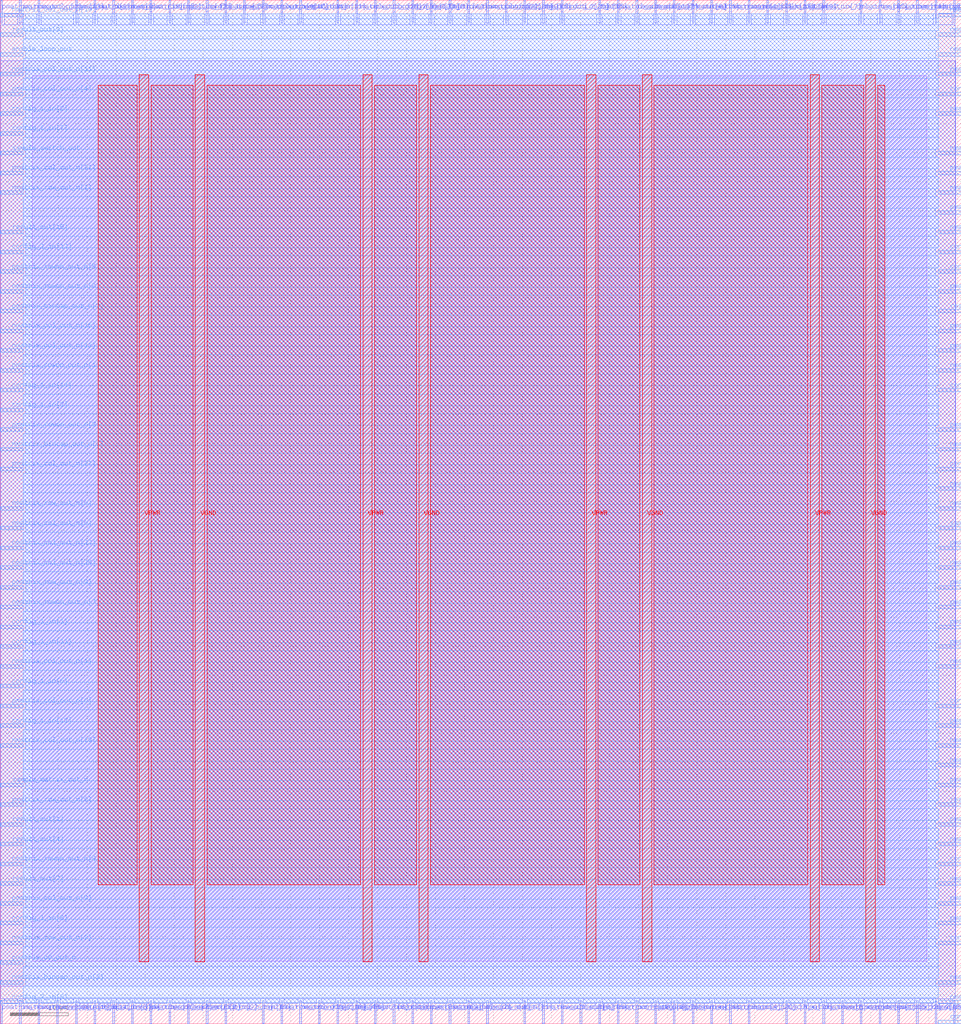
<source format=lef>
VERSION 5.7 ;
  NOWIREEXTENSIONATPIN ON ;
  DIVIDERCHAR "/" ;
  BUSBITCHARS "[]" ;
MACRO adc_core_digital
  CLASS BLOCK ;
  FOREIGN adc_core_digital ;
  ORIGIN 0.000 0.000 ;
  SIZE 165.590 BY 176.310 ;
  PIN VGND
    DIRECTION INOUT ;
    USE GROUND ;
    PORT
      LAYER met4 ;
        RECT 33.610 10.640 35.210 163.440 ;
    END
    PORT
      LAYER met4 ;
        RECT 72.135 10.640 73.735 163.440 ;
    END
    PORT
      LAYER met4 ;
        RECT 110.660 10.640 112.260 163.440 ;
    END
    PORT
      LAYER met4 ;
        RECT 149.185 10.640 150.785 163.440 ;
    END
  END VGND
  PIN VPWR
    DIRECTION INOUT ;
    USE POWER ;
    PORT
      LAYER met4 ;
        RECT 23.980 10.640 25.580 163.440 ;
    END
    PORT
      LAYER met4 ;
        RECT 62.505 10.640 64.105 163.440 ;
    END
    PORT
      LAYER met4 ;
        RECT 101.030 10.640 102.630 163.440 ;
    END
    PORT
      LAYER met4 ;
        RECT 139.555 10.640 141.155 163.440 ;
    END
  END VPWR
  PIN clk_dig_in
    DIRECTION INPUT ;
    USE SIGNAL ;
    PORT
      LAYER met2 ;
        RECT 135.330 172.310 135.610 176.310 ;
    END
  END clk_dig_in
  PIN comparator_in
    DIRECTION INPUT ;
    USE SIGNAL ;
    PORT
      LAYER met2 ;
        RECT 51.610 172.310 51.890 176.310 ;
    END
  END comparator_in
  PIN config_1_in[0]
    DIRECTION INPUT ;
    USE SIGNAL ;
    PORT
      LAYER met3 ;
        RECT 0.000 57.840 4.000 58.440 ;
    END
  END config_1_in[0]
  PIN config_1_in[10]
    DIRECTION INPUT ;
    USE SIGNAL ;
    PORT
      LAYER met3 ;
        RECT 161.590 129.240 165.590 129.840 ;
    END
  END config_1_in[10]
  PIN config_1_in[11]
    DIRECTION INPUT ;
    USE SIGNAL ;
    PORT
      LAYER met3 ;
        RECT 0.000 64.640 4.000 65.240 ;
    END
  END config_1_in[11]
  PIN config_1_in[12]
    DIRECTION INPUT ;
    USE SIGNAL ;
    PORT
      LAYER met3 ;
        RECT 161.590 54.440 165.590 55.040 ;
    END
  END config_1_in[12]
  PIN config_1_in[13]
    DIRECTION INPUT ;
    USE SIGNAL ;
    PORT
      LAYER met3 ;
        RECT 0.000 51.040 4.000 51.640 ;
    END
  END config_1_in[13]
  PIN config_1_in[14]
    DIRECTION INPUT ;
    USE SIGNAL ;
    PORT
      LAYER met3 ;
        RECT 0.000 108.840 4.000 109.440 ;
    END
  END config_1_in[14]
  PIN config_1_in[15]
    DIRECTION INPUT ;
    USE SIGNAL ;
    PORT
      LAYER met2 ;
        RECT 35.510 172.310 35.790 176.310 ;
    END
  END config_1_in[15]
  PIN config_1_in[1]
    DIRECTION INPUT ;
    USE SIGNAL ;
    PORT
      LAYER met3 ;
        RECT 0.000 68.040 4.000 68.640 ;
    END
  END config_1_in[1]
  PIN config_1_in[2]
    DIRECTION INPUT ;
    USE SIGNAL ;
    PORT
      LAYER met3 ;
        RECT 0.000 156.440 4.000 157.040 ;
    END
  END config_1_in[2]
  PIN config_1_in[3]
    DIRECTION INPUT ;
    USE SIGNAL ;
    PORT
      LAYER met3 ;
        RECT 0.000 105.440 4.000 106.040 ;
    END
  END config_1_in[3]
  PIN config_1_in[4]
    DIRECTION INPUT ;
    USE SIGNAL ;
    PORT
      LAYER met2 ;
        RECT 29.070 172.310 29.350 176.310 ;
    END
  END config_1_in[4]
  PIN config_1_in[5]
    DIRECTION INPUT ;
    USE SIGNAL ;
    PORT
      LAYER met2 ;
        RECT 16.190 0.000 16.470 4.000 ;
    END
  END config_1_in[5]
  PIN config_1_in[6]
    DIRECTION INPUT ;
    USE SIGNAL ;
    PORT
      LAYER met3 ;
        RECT 0.000 17.040 4.000 17.640 ;
    END
  END config_1_in[6]
  PIN config_1_in[7]
    DIRECTION INPUT ;
    USE SIGNAL ;
    PORT
      LAYER met3 ;
        RECT 0.000 153.040 4.000 153.640 ;
    END
  END config_1_in[7]
  PIN config_1_in[8]
    DIRECTION INPUT ;
    USE SIGNAL ;
    PORT
      LAYER met2 ;
        RECT 161.090 172.310 161.370 176.310 ;
    END
  END config_1_in[8]
  PIN config_1_in[9]
    DIRECTION INPUT ;
    USE SIGNAL ;
    PORT
      LAYER met3 ;
        RECT 161.590 95.240 165.590 95.840 ;
    END
  END config_1_in[9]
  PIN config_2_in[0]
    DIRECTION INPUT ;
    USE SIGNAL ;
    PORT
      LAYER met2 ;
        RECT 38.730 0.000 39.010 4.000 ;
    END
  END config_2_in[0]
  PIN config_2_in[10]
    DIRECTION INPUT ;
    USE SIGNAL ;
    PORT
      LAYER met2 ;
        RECT 67.710 172.310 67.990 176.310 ;
    END
  END config_2_in[10]
  PIN config_2_in[11]
    DIRECTION INPUT ;
    USE SIGNAL ;
    PORT
      LAYER met3 ;
        RECT 161.590 108.840 165.590 109.440 ;
    END
  END config_2_in[11]
  PIN config_2_in[12]
    DIRECTION INPUT ;
    USE SIGNAL ;
    PORT
      LAYER met3 ;
        RECT 161.590 0.040 165.590 0.640 ;
    END
  END config_2_in[12]
  PIN config_2_in[13]
    DIRECTION INPUT ;
    USE SIGNAL ;
    PORT
      LAYER met3 ;
        RECT 0.000 132.640 4.000 133.240 ;
    END
  END config_2_in[13]
  PIN config_2_in[14]
    DIRECTION INPUT ;
    USE SIGNAL ;
    PORT
      LAYER met2 ;
        RECT 54.830 0.000 55.110 4.000 ;
    END
  END config_2_in[14]
  PIN config_2_in[15]
    DIRECTION INPUT ;
    USE SIGNAL ;
    PORT
      LAYER met2 ;
        RECT 96.690 172.310 96.970 176.310 ;
    END
  END config_2_in[15]
  PIN config_2_in[1]
    DIRECTION INPUT ;
    USE SIGNAL ;
    PORT
      LAYER met2 ;
        RECT 109.570 0.000 109.850 4.000 ;
    END
  END config_2_in[1]
  PIN config_2_in[2]
    DIRECTION INPUT ;
    USE SIGNAL ;
    PORT
      LAYER met2 ;
        RECT 87.030 172.310 87.310 176.310 ;
    END
  END config_2_in[2]
  PIN config_2_in[3]
    DIRECTION INPUT ;
    USE SIGNAL ;
    PORT
      LAYER met2 ;
        RECT 157.870 0.000 158.150 4.000 ;
    END
  END config_2_in[3]
  PIN config_2_in[4]
    DIRECTION INPUT ;
    USE SIGNAL ;
    PORT
      LAYER met3 ;
        RECT 161.590 132.640 165.590 133.240 ;
    END
  END config_2_in[4]
  PIN config_2_in[5]
    DIRECTION INPUT ;
    USE SIGNAL ;
    PORT
      LAYER met2 ;
        RECT 70.930 172.310 71.210 176.310 ;
    END
  END config_2_in[5]
  PIN config_2_in[6]
    DIRECTION INPUT ;
    USE SIGNAL ;
    PORT
      LAYER met3 ;
        RECT 161.590 159.840 165.590 160.440 ;
    END
  END config_2_in[6]
  PIN config_2_in[7]
    DIRECTION INPUT ;
    USE SIGNAL ;
    PORT
      LAYER met2 ;
        RECT 138.550 172.310 138.830 176.310 ;
    END
  END config_2_in[7]
  PIN config_2_in[8]
    DIRECTION INPUT ;
    USE SIGNAL ;
    PORT
      LAYER met3 ;
        RECT 0.000 3.440 4.000 4.040 ;
    END
  END config_2_in[8]
  PIN config_2_in[9]
    DIRECTION INPUT ;
    USE SIGNAL ;
    PORT
      LAYER met3 ;
        RECT 161.590 13.640 165.590 14.240 ;
    END
  END config_2_in[9]
  PIN conv_finished_out
    DIRECTION OUTPUT TRISTATE ;
    USE SIGNAL ;
    PORT
      LAYER met3 ;
        RECT 161.590 27.240 165.590 27.840 ;
    END
  END conv_finished_out
  PIN enable_loop_out
    DIRECTION OUTPUT TRISTATE ;
    USE SIGNAL ;
    PORT
      LAYER met3 ;
        RECT 0.000 166.640 4.000 167.240 ;
    END
  END enable_loop_out
  PIN nmatrix_bincap_out_n[0]
    DIRECTION OUTPUT TRISTATE ;
    USE SIGNAL ;
    PORT
      LAYER met2 ;
        RECT 6.530 172.310 6.810 176.310 ;
    END
  END nmatrix_bincap_out_n[0]
  PIN nmatrix_bincap_out_n[1]
    DIRECTION OUTPUT TRISTATE ;
    USE SIGNAL ;
    PORT
      LAYER met3 ;
        RECT 0.000 98.640 4.000 99.240 ;
    END
  END nmatrix_bincap_out_n[1]
  PIN nmatrix_bincap_out_n[2]
    DIRECTION OUTPUT TRISTATE ;
    USE SIGNAL ;
    PORT
      LAYER met3 ;
        RECT 0.000 6.840 4.000 7.440 ;
    END
  END nmatrix_bincap_out_n[2]
  PIN nmatrix_c0_out_n
    DIRECTION OUTPUT TRISTATE ;
    USE SIGNAL ;
    PORT
      LAYER met3 ;
        RECT 161.590 91.840 165.590 92.440 ;
    END
  END nmatrix_c0_out_n
  PIN nmatrix_col_out_n[0]
    DIRECTION OUTPUT TRISTATE ;
    USE SIGNAL ;
    PORT
      LAYER met3 ;
        RECT 0.000 85.040 4.000 85.640 ;
    END
  END nmatrix_col_out_n[0]
  PIN nmatrix_col_out_n[10]
    DIRECTION OUTPUT TRISTATE ;
    USE SIGNAL ;
    PORT
      LAYER met3 ;
        RECT 0.000 173.440 4.000 174.040 ;
    END
  END nmatrix_col_out_n[10]
  PIN nmatrix_col_out_n[11]
    DIRECTION OUTPUT TRISTATE ;
    USE SIGNAL ;
    PORT
      LAYER met3 ;
        RECT 0.000 163.240 4.000 163.840 ;
    END
  END nmatrix_col_out_n[11]
  PIN nmatrix_col_out_n[12]
    DIRECTION OUTPUT TRISTATE ;
    USE SIGNAL ;
    PORT
      LAYER met2 ;
        RECT 151.430 0.000 151.710 4.000 ;
    END
  END nmatrix_col_out_n[12]
  PIN nmatrix_col_out_n[13]
    DIRECTION OUTPUT TRISTATE ;
    USE SIGNAL ;
    PORT
      LAYER met3 ;
        RECT 0.000 115.640 4.000 116.240 ;
    END
  END nmatrix_col_out_n[13]
  PIN nmatrix_col_out_n[14]
    DIRECTION OUTPUT TRISTATE ;
    USE SIGNAL ;
    PORT
      LAYER met2 ;
        RECT 148.210 172.310 148.490 176.310 ;
    END
  END nmatrix_col_out_n[14]
  PIN nmatrix_col_out_n[15]
    DIRECTION OUTPUT TRISTATE ;
    USE SIGNAL ;
    PORT
      LAYER met3 ;
        RECT 161.590 61.240 165.590 61.840 ;
    END
  END nmatrix_col_out_n[15]
  PIN nmatrix_col_out_n[16]
    DIRECTION OUTPUT TRISTATE ;
    USE SIGNAL ;
    PORT
      LAYER met3 ;
        RECT 0.000 119.040 4.000 119.640 ;
    END
  END nmatrix_col_out_n[16]
  PIN nmatrix_col_out_n[17]
    DIRECTION OUTPUT TRISTATE ;
    USE SIGNAL ;
    PORT
      LAYER met3 ;
        RECT 161.590 23.840 165.590 24.440 ;
    END
  END nmatrix_col_out_n[17]
  PIN nmatrix_col_out_n[18]
    DIRECTION OUTPUT TRISTATE ;
    USE SIGNAL ;
    PORT
      LAYER met2 ;
        RECT 48.390 0.000 48.670 4.000 ;
    END
  END nmatrix_col_out_n[18]
  PIN nmatrix_col_out_n[19]
    DIRECTION OUTPUT TRISTATE ;
    USE SIGNAL ;
    PORT
      LAYER met3 ;
        RECT 0.000 47.640 4.000 48.240 ;
    END
  END nmatrix_col_out_n[19]
  PIN nmatrix_col_out_n[1]
    DIRECTION OUTPUT TRISTATE ;
    USE SIGNAL ;
    PORT
      LAYER met3 ;
        RECT 0.000 61.240 4.000 61.840 ;
    END
  END nmatrix_col_out_n[1]
  PIN nmatrix_col_out_n[20]
    DIRECTION OUTPUT TRISTATE ;
    USE SIGNAL ;
    PORT
      LAYER met3 ;
        RECT 161.590 136.040 165.590 136.640 ;
    END
  END nmatrix_col_out_n[20]
  PIN nmatrix_col_out_n[21]
    DIRECTION OUTPUT TRISTATE ;
    USE SIGNAL ;
    PORT
      LAYER met2 ;
        RECT 48.390 172.310 48.670 176.310 ;
    END
  END nmatrix_col_out_n[21]
  PIN nmatrix_col_out_n[22]
    DIRECTION OUTPUT TRISTATE ;
    USE SIGNAL ;
    PORT
      LAYER met3 ;
        RECT 161.590 170.040 165.590 170.640 ;
    END
  END nmatrix_col_out_n[22]
  PIN nmatrix_col_out_n[23]
    DIRECTION OUTPUT TRISTATE ;
    USE SIGNAL ;
    PORT
      LAYER met3 ;
        RECT 0.000 81.640 4.000 82.240 ;
    END
  END nmatrix_col_out_n[23]
  PIN nmatrix_col_out_n[24]
    DIRECTION OUTPUT TRISTATE ;
    USE SIGNAL ;
    PORT
      LAYER met2 ;
        RECT 12.970 0.000 13.250 4.000 ;
    END
  END nmatrix_col_out_n[24]
  PIN nmatrix_col_out_n[25]
    DIRECTION OUTPUT TRISTATE ;
    USE SIGNAL ;
    PORT
      LAYER met3 ;
        RECT 0.000 78.240 4.000 78.840 ;
    END
  END nmatrix_col_out_n[25]
  PIN nmatrix_col_out_n[26]
    DIRECTION OUTPUT TRISTATE ;
    USE SIGNAL ;
    PORT
      LAYER met2 ;
        RECT 80.590 172.310 80.870 176.310 ;
    END
  END nmatrix_col_out_n[26]
  PIN nmatrix_col_out_n[27]
    DIRECTION OUTPUT TRISTATE ;
    USE SIGNAL ;
    PORT
      LAYER met3 ;
        RECT 161.590 142.840 165.590 143.440 ;
    END
  END nmatrix_col_out_n[27]
  PIN nmatrix_col_out_n[28]
    DIRECTION OUTPUT TRISTATE ;
    USE SIGNAL ;
    PORT
      LAYER met2 ;
        RECT 58.050 172.310 58.330 176.310 ;
    END
  END nmatrix_col_out_n[28]
  PIN nmatrix_col_out_n[29]
    DIRECTION OUTPUT TRISTATE ;
    USE SIGNAL ;
    PORT
      LAYER met3 ;
        RECT 161.590 166.640 165.590 167.240 ;
    END
  END nmatrix_col_out_n[29]
  PIN nmatrix_col_out_n[2]
    DIRECTION OUTPUT TRISTATE ;
    USE SIGNAL ;
    PORT
      LAYER met2 ;
        RECT 12.970 172.310 13.250 176.310 ;
    END
  END nmatrix_col_out_n[2]
  PIN nmatrix_col_out_n[30]
    DIRECTION OUTPUT TRISTATE ;
    USE SIGNAL ;
    PORT
      LAYER met2 ;
        RECT 128.890 0.000 129.170 4.000 ;
    END
  END nmatrix_col_out_n[30]
  PIN nmatrix_col_out_n[31]
    DIRECTION OUTPUT TRISTATE ;
    USE SIGNAL ;
    PORT
      LAYER met2 ;
        RECT 141.770 172.310 142.050 176.310 ;
    END
  END nmatrix_col_out_n[31]
  PIN nmatrix_col_out_n[3]
    DIRECTION OUTPUT TRISTATE ;
    USE SIGNAL ;
    PORT
      LAYER met2 ;
        RECT 25.850 172.310 26.130 176.310 ;
    END
  END nmatrix_col_out_n[3]
  PIN nmatrix_col_out_n[4]
    DIRECTION OUTPUT TRISTATE ;
    USE SIGNAL ;
    PORT
      LAYER met2 ;
        RECT 77.370 0.000 77.650 4.000 ;
    END
  END nmatrix_col_out_n[4]
  PIN nmatrix_col_out_n[5]
    DIRECTION OUTPUT TRISTATE ;
    USE SIGNAL ;
    PORT
      LAYER met2 ;
        RECT 135.330 0.000 135.610 4.000 ;
    END
  END nmatrix_col_out_n[5]
  PIN nmatrix_col_out_n[6]
    DIRECTION OUTPUT TRISTATE ;
    USE SIGNAL ;
    PORT
      LAYER met3 ;
        RECT 161.590 30.640 165.590 31.240 ;
    END
  END nmatrix_col_out_n[6]
  PIN nmatrix_col_out_n[7]
    DIRECTION OUTPUT TRISTATE ;
    USE SIGNAL ;
    PORT
      LAYER met2 ;
        RECT 125.670 0.000 125.950 4.000 ;
    END
  END nmatrix_col_out_n[7]
  PIN nmatrix_col_out_n[8]
    DIRECTION OUTPUT TRISTATE ;
    USE SIGNAL ;
    PORT
      LAYER met2 ;
        RECT 64.490 0.000 64.770 4.000 ;
    END
  END nmatrix_col_out_n[8]
  PIN nmatrix_col_out_n[9]
    DIRECTION OUTPUT TRISTATE ;
    USE SIGNAL ;
    PORT
      LAYER met3 ;
        RECT 161.590 173.440 165.590 174.040 ;
    END
  END nmatrix_col_out_n[9]
  PIN nmatrix_row_out_n[0]
    DIRECTION OUTPUT TRISTATE ;
    USE SIGNAL ;
    PORT
      LAYER met3 ;
        RECT 0.000 88.440 4.000 89.040 ;
    END
  END nmatrix_row_out_n[0]
  PIN nmatrix_row_out_n[10]
    DIRECTION OUTPUT TRISTATE ;
    USE SIGNAL ;
    PORT
      LAYER met3 ;
        RECT 161.590 47.640 165.590 48.240 ;
    END
  END nmatrix_row_out_n[10]
  PIN nmatrix_row_out_n[11]
    DIRECTION OUTPUT TRISTATE ;
    USE SIGNAL ;
    PORT
      LAYER met2 ;
        RECT 80.590 0.000 80.870 4.000 ;
    END
  END nmatrix_row_out_n[11]
  PIN nmatrix_row_out_n[12]
    DIRECTION OUTPUT TRISTATE ;
    USE SIGNAL ;
    PORT
      LAYER met3 ;
        RECT 161.590 88.440 165.590 89.040 ;
    END
  END nmatrix_row_out_n[12]
  PIN nmatrix_row_out_n[13]
    DIRECTION OUTPUT TRISTATE ;
    USE SIGNAL ;
    PORT
      LAYER met2 ;
        RECT 125.670 172.310 125.950 176.310 ;
    END
  END nmatrix_row_out_n[13]
  PIN nmatrix_row_out_n[14]
    DIRECTION OUTPUT TRISTATE ;
    USE SIGNAL ;
    PORT
      LAYER met2 ;
        RECT 45.170 172.310 45.450 176.310 ;
    END
  END nmatrix_row_out_n[14]
  PIN nmatrix_row_out_n[15]
    DIRECTION OUTPUT TRISTATE ;
    USE SIGNAL ;
    PORT
      LAYER met2 ;
        RECT 51.610 0.000 51.890 4.000 ;
    END
  END nmatrix_row_out_n[15]
  PIN nmatrix_row_out_n[1]
    DIRECTION OUTPUT TRISTATE ;
    USE SIGNAL ;
    PORT
      LAYER met3 ;
        RECT 0.000 142.840 4.000 143.440 ;
    END
  END nmatrix_row_out_n[1]
  PIN nmatrix_row_out_n[2]
    DIRECTION OUTPUT TRISTATE ;
    USE SIGNAL ;
    PORT
      LAYER met2 ;
        RECT 22.630 0.000 22.910 4.000 ;
    END
  END nmatrix_row_out_n[2]
  PIN nmatrix_row_out_n[3]
    DIRECTION OUTPUT TRISTATE ;
    USE SIGNAL ;
    PORT
      LAYER met2 ;
        RECT 90.250 0.000 90.530 4.000 ;
    END
  END nmatrix_row_out_n[3]
  PIN nmatrix_row_out_n[4]
    DIRECTION OUTPUT TRISTATE ;
    USE SIGNAL ;
    PORT
      LAYER met3 ;
        RECT 161.590 98.640 165.590 99.240 ;
    END
  END nmatrix_row_out_n[4]
  PIN nmatrix_row_out_n[5]
    DIRECTION OUTPUT TRISTATE ;
    USE SIGNAL ;
    PORT
      LAYER met3 ;
        RECT 161.590 44.240 165.590 44.840 ;
    END
  END nmatrix_row_out_n[5]
  PIN nmatrix_row_out_n[6]
    DIRECTION OUTPUT TRISTATE ;
    USE SIGNAL ;
    PORT
      LAYER met2 ;
        RECT 106.350 172.310 106.630 176.310 ;
    END
  END nmatrix_row_out_n[6]
  PIN nmatrix_row_out_n[7]
    DIRECTION OUTPUT TRISTATE ;
    USE SIGNAL ;
    PORT
      LAYER met3 ;
        RECT 161.590 112.240 165.590 112.840 ;
    END
  END nmatrix_row_out_n[7]
  PIN nmatrix_row_out_n[8]
    DIRECTION OUTPUT TRISTATE ;
    USE SIGNAL ;
    PORT
      LAYER met2 ;
        RECT 122.450 172.310 122.730 176.310 ;
    END
  END nmatrix_row_out_n[8]
  PIN nmatrix_row_out_n[9]
    DIRECTION OUTPUT TRISTATE ;
    USE SIGNAL ;
    PORT
      LAYER met3 ;
        RECT 0.000 13.640 4.000 14.240 ;
    END
  END nmatrix_row_out_n[9]
  PIN nmatrix_rowon_out_n[0]
    DIRECTION OUTPUT TRISTATE ;
    USE SIGNAL ;
    PORT
      LAYER met3 ;
        RECT 0.000 125.840 4.000 126.440 ;
    END
  END nmatrix_rowon_out_n[0]
  PIN nmatrix_rowon_out_n[10]
    DIRECTION OUTPUT TRISTATE ;
    USE SIGNAL ;
    PORT
      LAYER met2 ;
        RECT 138.550 0.000 138.830 4.000 ;
    END
  END nmatrix_rowon_out_n[10]
  PIN nmatrix_rowon_out_n[11]
    DIRECTION OUTPUT TRISTATE ;
    USE SIGNAL ;
    PORT
      LAYER met3 ;
        RECT 161.590 78.240 165.590 78.840 ;
    END
  END nmatrix_rowon_out_n[11]
  PIN nmatrix_rowon_out_n[12]
    DIRECTION OUTPUT TRISTATE ;
    USE SIGNAL ;
    PORT
      LAYER met2 ;
        RECT 151.430 172.310 151.710 176.310 ;
    END
  END nmatrix_rowon_out_n[12]
  PIN nmatrix_rowon_out_n[13]
    DIRECTION OUTPUT TRISTATE ;
    USE SIGNAL ;
    PORT
      LAYER met3 ;
        RECT 161.590 149.640 165.590 150.240 ;
    END
  END nmatrix_rowon_out_n[13]
  PIN nmatrix_rowon_out_n[14]
    DIRECTION OUTPUT TRISTATE ;
    USE SIGNAL ;
    PORT
      LAYER met2 ;
        RECT 6.530 0.000 6.810 4.000 ;
    END
  END nmatrix_rowon_out_n[14]
  PIN nmatrix_rowon_out_n[15]
    DIRECTION OUTPUT TRISTATE ;
    USE SIGNAL ;
    PORT
      LAYER met2 ;
        RECT 58.050 0.000 58.330 4.000 ;
    END
  END nmatrix_rowon_out_n[15]
  PIN nmatrix_rowon_out_n[1]
    DIRECTION OUTPUT TRISTATE ;
    USE SIGNAL ;
    PORT
      LAYER met2 ;
        RECT 119.230 172.310 119.510 176.310 ;
    END
  END nmatrix_rowon_out_n[1]
  PIN nmatrix_rowon_out_n[2]
    DIRECTION OUTPUT TRISTATE ;
    USE SIGNAL ;
    PORT
      LAYER met2 ;
        RECT 19.410 172.310 19.690 176.310 ;
    END
  END nmatrix_rowon_out_n[2]
  PIN nmatrix_rowon_out_n[3]
    DIRECTION OUTPUT TRISTATE ;
    USE SIGNAL ;
    PORT
      LAYER met2 ;
        RECT 67.710 0.000 67.990 4.000 ;
    END
  END nmatrix_rowon_out_n[3]
  PIN nmatrix_rowon_out_n[4]
    DIRECTION OUTPUT TRISTATE ;
    USE SIGNAL ;
    PORT
      LAYER met3 ;
        RECT 161.590 6.840 165.590 7.440 ;
    END
  END nmatrix_rowon_out_n[4]
  PIN nmatrix_rowon_out_n[5]
    DIRECTION OUTPUT TRISTATE ;
    USE SIGNAL ;
    PORT
      LAYER met2 ;
        RECT 144.990 0.000 145.270 4.000 ;
    END
  END nmatrix_rowon_out_n[5]
  PIN nmatrix_rowon_out_n[6]
    DIRECTION OUTPUT TRISTATE ;
    USE SIGNAL ;
    PORT
      LAYER met2 ;
        RECT 106.350 0.000 106.630 4.000 ;
    END
  END nmatrix_rowon_out_n[6]
  PIN nmatrix_rowon_out_n[7]
    DIRECTION OUTPUT TRISTATE ;
    USE SIGNAL ;
    PORT
      LAYER met3 ;
        RECT 0.000 71.440 4.000 72.040 ;
    END
  END nmatrix_rowon_out_n[7]
  PIN nmatrix_rowon_out_n[8]
    DIRECTION OUTPUT TRISTATE ;
    USE SIGNAL ;
    PORT
      LAYER met3 ;
        RECT 0.000 27.240 4.000 27.840 ;
    END
  END nmatrix_rowon_out_n[8]
  PIN nmatrix_rowon_out_n[9]
    DIRECTION OUTPUT TRISTATE ;
    USE SIGNAL ;
    PORT
      LAYER met2 ;
        RECT 128.890 172.310 129.170 176.310 ;
    END
  END nmatrix_rowon_out_n[9]
  PIN pmatrix_bincap_out_n[0]
    DIRECTION OUTPUT TRISTATE ;
    USE SIGNAL ;
    PORT
      LAYER met2 ;
        RECT 38.730 172.310 39.010 176.310 ;
    END
  END pmatrix_bincap_out_n[0]
  PIN pmatrix_bincap_out_n[1]
    DIRECTION OUTPUT TRISTATE ;
    USE SIGNAL ;
    PORT
      LAYER met2 ;
        RECT 141.770 0.000 142.050 4.000 ;
    END
  END pmatrix_bincap_out_n[1]
  PIN pmatrix_bincap_out_n[2]
    DIRECTION OUTPUT TRISTATE ;
    USE SIGNAL ;
    PORT
      LAYER met3 ;
        RECT 0.000 122.440 4.000 123.040 ;
    END
  END pmatrix_bincap_out_n[2]
  PIN pmatrix_c0_out_n
    DIRECTION OUTPUT TRISTATE ;
    USE SIGNAL ;
    PORT
      LAYER met3 ;
        RECT 0.000 10.240 4.000 10.840 ;
    END
  END pmatrix_c0_out_n
  PIN pmatrix_col_out_n[0]
    DIRECTION OUTPUT TRISTATE ;
    USE SIGNAL ;
    PORT
      LAYER met3 ;
        RECT 0.000 54.440 4.000 55.040 ;
    END
  END pmatrix_col_out_n[0]
  PIN pmatrix_col_out_n[10]
    DIRECTION OUTPUT TRISTATE ;
    USE SIGNAL ;
    PORT
      LAYER met3 ;
        RECT 161.590 156.440 165.590 157.040 ;
    END
  END pmatrix_col_out_n[10]
  PIN pmatrix_col_out_n[11]
    DIRECTION OUTPUT TRISTATE ;
    USE SIGNAL ;
    PORT
      LAYER met3 ;
        RECT 161.590 20.440 165.590 21.040 ;
    END
  END pmatrix_col_out_n[11]
  PIN pmatrix_col_out_n[12]
    DIRECTION OUTPUT TRISTATE ;
    USE SIGNAL ;
    PORT
      LAYER met3 ;
        RECT 161.590 71.440 165.590 72.040 ;
    END
  END pmatrix_col_out_n[12]
  PIN pmatrix_col_out_n[13]
    DIRECTION OUTPUT TRISTATE ;
    USE SIGNAL ;
    PORT
      LAYER met2 ;
        RECT 3.310 172.310 3.590 176.310 ;
    END
  END pmatrix_col_out_n[13]
  PIN pmatrix_col_out_n[14]
    DIRECTION OUTPUT TRISTATE ;
    USE SIGNAL ;
    PORT
      LAYER met3 ;
        RECT 161.590 102.040 165.590 102.640 ;
    END
  END pmatrix_col_out_n[14]
  PIN pmatrix_col_out_n[15]
    DIRECTION OUTPUT TRISTATE ;
    USE SIGNAL ;
    PORT
      LAYER met3 ;
        RECT 161.590 3.440 165.590 4.040 ;
    END
  END pmatrix_col_out_n[15]
  PIN pmatrix_col_out_n[16]
    DIRECTION OUTPUT TRISTATE ;
    USE SIGNAL ;
    PORT
      LAYER met2 ;
        RECT 93.470 172.310 93.750 176.310 ;
    END
  END pmatrix_col_out_n[16]
  PIN pmatrix_col_out_n[17]
    DIRECTION OUTPUT TRISTATE ;
    USE SIGNAL ;
    PORT
      LAYER met2 ;
        RECT 41.950 172.310 42.230 176.310 ;
    END
  END pmatrix_col_out_n[17]
  PIN pmatrix_col_out_n[18]
    DIRECTION OUTPUT TRISTATE ;
    USE SIGNAL ;
    PORT
      LAYER met2 ;
        RECT 93.470 0.000 93.750 4.000 ;
    END
  END pmatrix_col_out_n[18]
  PIN pmatrix_col_out_n[19]
    DIRECTION OUTPUT TRISTATE ;
    USE SIGNAL ;
    PORT
      LAYER met2 ;
        RECT 35.510 0.000 35.790 4.000 ;
    END
  END pmatrix_col_out_n[19]
  PIN pmatrix_col_out_n[1]
    DIRECTION OUTPUT TRISTATE ;
    USE SIGNAL ;
    PORT
      LAYER met2 ;
        RECT 61.270 172.310 61.550 176.310 ;
    END
  END pmatrix_col_out_n[1]
  PIN pmatrix_col_out_n[20]
    DIRECTION OUTPUT TRISTATE ;
    USE SIGNAL ;
    PORT
      LAYER met2 ;
        RECT 122.450 0.000 122.730 4.000 ;
    END
  END pmatrix_col_out_n[20]
  PIN pmatrix_col_out_n[21]
    DIRECTION OUTPUT TRISTATE ;
    USE SIGNAL ;
    PORT
      LAYER met2 ;
        RECT 161.090 0.000 161.370 4.000 ;
    END
  END pmatrix_col_out_n[21]
  PIN pmatrix_col_out_n[22]
    DIRECTION OUTPUT TRISTATE ;
    USE SIGNAL ;
    PORT
      LAYER met2 ;
        RECT 157.870 172.310 158.150 176.310 ;
    END
  END pmatrix_col_out_n[22]
  PIN pmatrix_col_out_n[23]
    DIRECTION OUTPUT TRISTATE ;
    USE SIGNAL ;
    PORT
      LAYER met3 ;
        RECT 161.590 74.840 165.590 75.440 ;
    END
  END pmatrix_col_out_n[23]
  PIN pmatrix_col_out_n[24]
    DIRECTION OUTPUT TRISTATE ;
    USE SIGNAL ;
    PORT
      LAYER met2 ;
        RECT 64.490 172.310 64.770 176.310 ;
    END
  END pmatrix_col_out_n[24]
  PIN pmatrix_col_out_n[25]
    DIRECTION OUTPUT TRISTATE ;
    USE SIGNAL ;
    PORT
      LAYER met2 ;
        RECT 90.250 172.310 90.530 176.310 ;
    END
  END pmatrix_col_out_n[25]
  PIN pmatrix_col_out_n[26]
    DIRECTION OUTPUT TRISTATE ;
    USE SIGNAL ;
    PORT
      LAYER met2 ;
        RECT 83.810 172.310 84.090 176.310 ;
    END
  END pmatrix_col_out_n[26]
  PIN pmatrix_col_out_n[27]
    DIRECTION OUTPUT TRISTATE ;
    USE SIGNAL ;
    PORT
      LAYER met3 ;
        RECT 0.000 95.240 4.000 95.840 ;
    END
  END pmatrix_col_out_n[27]
  PIN pmatrix_col_out_n[28]
    DIRECTION OUTPUT TRISTATE ;
    USE SIGNAL ;
    PORT
      LAYER met2 ;
        RECT 25.850 0.000 26.130 4.000 ;
    END
  END pmatrix_col_out_n[28]
  PIN pmatrix_col_out_n[29]
    DIRECTION OUTPUT TRISTATE ;
    USE SIGNAL ;
    PORT
      LAYER met3 ;
        RECT 161.590 34.040 165.590 34.640 ;
    END
  END pmatrix_col_out_n[29]
  PIN pmatrix_col_out_n[2]
    DIRECTION OUTPUT TRISTATE ;
    USE SIGNAL ;
    PORT
      LAYER met2 ;
        RECT 74.150 0.000 74.430 4.000 ;
    END
  END pmatrix_col_out_n[2]
  PIN pmatrix_col_out_n[30]
    DIRECTION OUTPUT TRISTATE ;
    USE SIGNAL ;
    PORT
      LAYER met3 ;
        RECT 161.590 146.240 165.590 146.840 ;
    END
  END pmatrix_col_out_n[30]
  PIN pmatrix_col_out_n[31]
    DIRECTION OUTPUT TRISTATE ;
    USE SIGNAL ;
    PORT
      LAYER met3 ;
        RECT 0.000 146.240 4.000 146.840 ;
    END
  END pmatrix_col_out_n[31]
  PIN pmatrix_col_out_n[3]
    DIRECTION OUTPUT TRISTATE ;
    USE SIGNAL ;
    PORT
      LAYER met2 ;
        RECT 103.130 172.310 103.410 176.310 ;
    END
  END pmatrix_col_out_n[3]
  PIN pmatrix_col_out_n[4]
    DIRECTION OUTPUT TRISTATE ;
    USE SIGNAL ;
    PORT
      LAYER met3 ;
        RECT 0.000 159.840 4.000 160.440 ;
    END
  END pmatrix_col_out_n[4]
  PIN pmatrix_col_out_n[5]
    DIRECTION OUTPUT TRISTATE ;
    USE SIGNAL ;
    PORT
      LAYER met3 ;
        RECT 161.590 51.040 165.590 51.640 ;
    END
  END pmatrix_col_out_n[5]
  PIN pmatrix_col_out_n[6]
    DIRECTION OUTPUT TRISTATE ;
    USE SIGNAL ;
    PORT
      LAYER met3 ;
        RECT 161.590 119.040 165.590 119.640 ;
    END
  END pmatrix_col_out_n[6]
  PIN pmatrix_col_out_n[7]
    DIRECTION OUTPUT TRISTATE ;
    USE SIGNAL ;
    PORT
      LAYER met2 ;
        RECT 32.290 172.310 32.570 176.310 ;
    END
  END pmatrix_col_out_n[7]
  PIN pmatrix_col_out_n[8]
    DIRECTION OUTPUT TRISTATE ;
    USE SIGNAL ;
    PORT
      LAYER met3 ;
        RECT 161.590 81.640 165.590 82.240 ;
    END
  END pmatrix_col_out_n[8]
  PIN pmatrix_col_out_n[9]
    DIRECTION OUTPUT TRISTATE ;
    USE SIGNAL ;
    PORT
      LAYER met3 ;
        RECT 0.000 20.440 4.000 21.040 ;
    END
  END pmatrix_col_out_n[9]
  PIN pmatrix_row_out_n[0]
    DIRECTION OUTPUT TRISTATE ;
    USE SIGNAL ;
    PORT
      LAYER met3 ;
        RECT 0.000 37.440 4.000 38.040 ;
    END
  END pmatrix_row_out_n[0]
  PIN pmatrix_row_out_n[10]
    DIRECTION OUTPUT TRISTATE ;
    USE SIGNAL ;
    PORT
      LAYER met3 ;
        RECT 161.590 139.440 165.590 140.040 ;
    END
  END pmatrix_row_out_n[10]
  PIN pmatrix_row_out_n[11]
    DIRECTION OUTPUT TRISTATE ;
    USE SIGNAL ;
    PORT
      LAYER met2 ;
        RECT 112.790 172.310 113.070 176.310 ;
    END
  END pmatrix_row_out_n[11]
  PIN pmatrix_row_out_n[12]
    DIRECTION OUTPUT TRISTATE ;
    USE SIGNAL ;
    PORT
      LAYER met2 ;
        RECT 45.170 0.000 45.450 4.000 ;
    END
  END pmatrix_row_out_n[12]
  PIN pmatrix_row_out_n[13]
    DIRECTION OUTPUT TRISTATE ;
    USE SIGNAL ;
    PORT
      LAYER met3 ;
        RECT 161.590 64.640 165.590 65.240 ;
    END
  END pmatrix_row_out_n[13]
  PIN pmatrix_row_out_n[14]
    DIRECTION OUTPUT TRISTATE ;
    USE SIGNAL ;
    PORT
      LAYER met2 ;
        RECT 112.790 0.000 113.070 4.000 ;
    END
  END pmatrix_row_out_n[14]
  PIN pmatrix_row_out_n[15]
    DIRECTION OUTPUT TRISTATE ;
    USE SIGNAL ;
    PORT
      LAYER met3 ;
        RECT 161.590 17.040 165.590 17.640 ;
    END
  END pmatrix_row_out_n[15]
  PIN pmatrix_row_out_n[1]
    DIRECTION OUTPUT TRISTATE ;
    USE SIGNAL ;
    PORT
      LAYER met2 ;
        RECT 0.090 172.310 0.370 176.310 ;
    END
  END pmatrix_row_out_n[1]
  PIN pmatrix_row_out_n[2]
    DIRECTION OUTPUT TRISTATE ;
    USE SIGNAL ;
    PORT
      LAYER met2 ;
        RECT 148.210 0.000 148.490 4.000 ;
    END
  END pmatrix_row_out_n[2]
  PIN pmatrix_row_out_n[3]
    DIRECTION OUTPUT TRISTATE ;
    USE SIGNAL ;
    PORT
      LAYER met2 ;
        RECT 19.410 0.000 19.690 4.000 ;
    END
  END pmatrix_row_out_n[3]
  PIN pmatrix_row_out_n[4]
    DIRECTION OUTPUT TRISTATE ;
    USE SIGNAL ;
    PORT
      LAYER met2 ;
        RECT 70.930 0.000 71.210 4.000 ;
    END
  END pmatrix_row_out_n[4]
  PIN pmatrix_row_out_n[5]
    DIRECTION OUTPUT TRISTATE ;
    USE SIGNAL ;
    PORT
      LAYER met3 ;
        RECT 161.590 40.840 165.590 41.440 ;
    END
  END pmatrix_row_out_n[5]
  PIN pmatrix_row_out_n[6]
    DIRECTION OUTPUT TRISTATE ;
    USE SIGNAL ;
    PORT
      LAYER met3 ;
        RECT 161.590 163.240 165.590 163.840 ;
    END
  END pmatrix_row_out_n[6]
  PIN pmatrix_row_out_n[7]
    DIRECTION OUTPUT TRISTATE ;
    USE SIGNAL ;
    PORT
      LAYER met3 ;
        RECT 161.590 115.640 165.590 116.240 ;
    END
  END pmatrix_row_out_n[7]
  PIN pmatrix_row_out_n[8]
    DIRECTION OUTPUT TRISTATE ;
    USE SIGNAL ;
    PORT
      LAYER met2 ;
        RECT 154.650 0.000 154.930 4.000 ;
    END
  END pmatrix_row_out_n[8]
  PIN pmatrix_row_out_n[9]
    DIRECTION OUTPUT TRISTATE ;
    USE SIGNAL ;
    PORT
      LAYER met3 ;
        RECT 0.000 74.840 4.000 75.440 ;
    END
  END pmatrix_row_out_n[9]
  PIN pmatrix_rowon_out_n[0]
    DIRECTION OUTPUT TRISTATE ;
    USE SIGNAL ;
    PORT
      LAYER met3 ;
        RECT 161.590 68.040 165.590 68.640 ;
    END
  END pmatrix_rowon_out_n[0]
  PIN pmatrix_rowon_out_n[10]
    DIRECTION OUTPUT TRISTATE ;
    USE SIGNAL ;
    PORT
      LAYER met2 ;
        RECT 3.310 0.000 3.590 4.000 ;
    END
  END pmatrix_rowon_out_n[10]
  PIN pmatrix_rowon_out_n[11]
    DIRECTION OUTPUT TRISTATE ;
    USE SIGNAL ;
    PORT
      LAYER met3 ;
        RECT 161.590 125.840 165.590 126.440 ;
    END
  END pmatrix_rowon_out_n[11]
  PIN pmatrix_rowon_out_n[12]
    DIRECTION OUTPUT TRISTATE ;
    USE SIGNAL ;
    PORT
      LAYER met2 ;
        RECT 164.310 172.310 164.590 176.310 ;
    END
  END pmatrix_rowon_out_n[12]
  PIN pmatrix_rowon_out_n[13]
    DIRECTION OUTPUT TRISTATE ;
    USE SIGNAL ;
    PORT
      LAYER met2 ;
        RECT 164.310 0.000 164.590 4.000 ;
    END
  END pmatrix_rowon_out_n[13]
  PIN pmatrix_rowon_out_n[14]
    DIRECTION OUTPUT TRISTATE ;
    USE SIGNAL ;
    PORT
      LAYER met2 ;
        RECT 154.650 172.310 154.930 176.310 ;
    END
  END pmatrix_rowon_out_n[14]
  PIN pmatrix_rowon_out_n[15]
    DIRECTION OUTPUT TRISTATE ;
    USE SIGNAL ;
    PORT
      LAYER met2 ;
        RECT 99.910 0.000 100.190 4.000 ;
    END
  END pmatrix_rowon_out_n[15]
  PIN pmatrix_rowon_out_n[1]
    DIRECTION OUTPUT TRISTATE ;
    USE SIGNAL ;
    PORT
      LAYER met3 ;
        RECT 0.000 112.240 4.000 112.840 ;
    END
  END pmatrix_rowon_out_n[1]
  PIN pmatrix_rowon_out_n[2]
    DIRECTION OUTPUT TRISTATE ;
    USE SIGNAL ;
    PORT
      LAYER met2 ;
        RECT 103.130 0.000 103.410 4.000 ;
    END
  END pmatrix_rowon_out_n[2]
  PIN pmatrix_rowon_out_n[3]
    DIRECTION OUTPUT TRISTATE ;
    USE SIGNAL ;
    PORT
      LAYER met2 ;
        RECT 0.090 0.000 0.370 4.000 ;
    END
  END pmatrix_rowon_out_n[3]
  PIN pmatrix_rowon_out_n[4]
    DIRECTION OUTPUT TRISTATE ;
    USE SIGNAL ;
    PORT
      LAYER met2 ;
        RECT 119.230 0.000 119.510 4.000 ;
    END
  END pmatrix_rowon_out_n[4]
  PIN pmatrix_rowon_out_n[5]
    DIRECTION OUTPUT TRISTATE ;
    USE SIGNAL ;
    PORT
      LAYER met3 ;
        RECT 0.000 129.240 4.000 129.840 ;
    END
  END pmatrix_rowon_out_n[5]
  PIN pmatrix_rowon_out_n[6]
    DIRECTION OUTPUT TRISTATE ;
    USE SIGNAL ;
    PORT
      LAYER met2 ;
        RECT 16.190 172.310 16.470 176.310 ;
    END
  END pmatrix_rowon_out_n[6]
  PIN pmatrix_rowon_out_n[7]
    DIRECTION OUTPUT TRISTATE ;
    USE SIGNAL ;
    PORT
      LAYER met2 ;
        RECT 77.370 172.310 77.650 176.310 ;
    END
  END pmatrix_rowon_out_n[7]
  PIN pmatrix_rowon_out_n[8]
    DIRECTION OUTPUT TRISTATE ;
    USE SIGNAL ;
    PORT
      LAYER met3 ;
        RECT 0.000 102.040 4.000 102.640 ;
    END
  END pmatrix_rowon_out_n[8]
  PIN pmatrix_rowon_out_n[9]
    DIRECTION OUTPUT TRISTATE ;
    USE SIGNAL ;
    PORT
      LAYER met2 ;
        RECT 29.070 0.000 29.350 4.000 ;
    END
  END pmatrix_rowon_out_n[9]
  PIN result_out[0]
    DIRECTION OUTPUT TRISTATE ;
    USE SIGNAL ;
    PORT
      LAYER met2 ;
        RECT 9.750 0.000 10.030 4.000 ;
    END
  END result_out[0]
  PIN result_out[10]
    DIRECTION OUTPUT TRISTATE ;
    USE SIGNAL ;
    PORT
      LAYER met2 ;
        RECT 109.570 172.310 109.850 176.310 ;
    END
  END result_out[10]
  PIN result_out[11]
    DIRECTION OUTPUT TRISTATE ;
    USE SIGNAL ;
    PORT
      LAYER met2 ;
        RECT 74.150 172.310 74.430 176.310 ;
    END
  END result_out[11]
  PIN result_out[12]
    DIRECTION OUTPUT TRISTATE ;
    USE SIGNAL ;
    PORT
      LAYER met2 ;
        RECT 83.810 0.000 84.090 4.000 ;
    END
  END result_out[12]
  PIN result_out[13]
    DIRECTION OUTPUT TRISTATE ;
    USE SIGNAL ;
    PORT
      LAYER met2 ;
        RECT 132.110 172.310 132.390 176.310 ;
    END
  END result_out[13]
  PIN result_out[14]
    DIRECTION OUTPUT TRISTATE ;
    USE SIGNAL ;
    PORT
      LAYER met3 ;
        RECT 161.590 37.440 165.590 38.040 ;
    END
  END result_out[14]
  PIN result_out[15]
    DIRECTION OUTPUT TRISTATE ;
    USE SIGNAL ;
    PORT
      LAYER met3 ;
        RECT 0.000 136.040 4.000 136.640 ;
    END
  END result_out[15]
  PIN result_out[1]
    DIRECTION OUTPUT TRISTATE ;
    USE SIGNAL ;
    PORT
      LAYER met3 ;
        RECT 0.000 34.040 4.000 34.640 ;
    END
  END result_out[1]
  PIN result_out[2]
    DIRECTION OUTPUT TRISTATE ;
    USE SIGNAL ;
    PORT
      LAYER met2 ;
        RECT 32.290 0.000 32.570 4.000 ;
    END
  END result_out[2]
  PIN result_out[3]
    DIRECTION OUTPUT TRISTATE ;
    USE SIGNAL ;
    PORT
      LAYER met2 ;
        RECT 61.270 0.000 61.550 4.000 ;
    END
  END result_out[3]
  PIN result_out[4]
    DIRECTION OUTPUT TRISTATE ;
    USE SIGNAL ;
    PORT
      LAYER met3 ;
        RECT 0.000 30.640 4.000 31.240 ;
    END
  END result_out[4]
  PIN result_out[5]
    DIRECTION OUTPUT TRISTATE ;
    USE SIGNAL ;
    PORT
      LAYER met3 ;
        RECT 161.590 122.440 165.590 123.040 ;
    END
  END result_out[5]
  PIN result_out[6]
    DIRECTION OUTPUT TRISTATE ;
    USE SIGNAL ;
    PORT
      LAYER met2 ;
        RECT 96.690 0.000 96.970 4.000 ;
    END
  END result_out[6]
  PIN result_out[7]
    DIRECTION OUTPUT TRISTATE ;
    USE SIGNAL ;
    PORT
      LAYER met3 ;
        RECT 0.000 23.840 4.000 24.440 ;
    END
  END result_out[7]
  PIN result_out[8]
    DIRECTION OUTPUT TRISTATE ;
    USE SIGNAL ;
    PORT
      LAYER met2 ;
        RECT 116.010 172.310 116.290 176.310 ;
    END
  END result_out[8]
  PIN result_out[9]
    DIRECTION OUTPUT TRISTATE ;
    USE SIGNAL ;
    PORT
      LAYER met3 ;
        RECT 0.000 170.040 4.000 170.640 ;
    END
  END result_out[9]
  PIN rst_n
    DIRECTION INPUT ;
    USE SIGNAL ;
    PORT
      LAYER met2 ;
        RECT 22.630 172.310 22.910 176.310 ;
    END
  END rst_n
  PIN sample_matrix_out
    DIRECTION OUTPUT TRISTATE ;
    USE SIGNAL ;
    PORT
      LAYER met2 ;
        RECT 116.010 0.000 116.290 4.000 ;
    END
  END sample_matrix_out
  PIN sample_matrix_out_n
    DIRECTION OUTPUT TRISTATE ;
    USE SIGNAL ;
    PORT
      LAYER met3 ;
        RECT 0.000 40.840 4.000 41.440 ;
    END
  END sample_matrix_out_n
  PIN sample_switch_out
    DIRECTION OUTPUT TRISTATE ;
    USE SIGNAL ;
    PORT
      LAYER met3 ;
        RECT 0.000 149.640 4.000 150.240 ;
    END
  END sample_switch_out
  PIN sample_switch_out_n
    DIRECTION OUTPUT TRISTATE ;
    USE SIGNAL ;
    PORT
      LAYER met3 ;
        RECT 161.590 85.040 165.590 85.640 ;
    END
  END sample_switch_out_n
  OBS
      LAYER li1 ;
        RECT 5.520 10.795 159.620 163.285 ;
      LAYER met1 ;
        RECT 0.070 6.500 164.610 165.880 ;
      LAYER met2 ;
        RECT 0.650 172.030 3.030 173.925 ;
        RECT 3.870 172.030 6.250 173.925 ;
        RECT 7.090 172.030 12.690 173.925 ;
        RECT 13.530 172.030 15.910 173.925 ;
        RECT 16.750 172.030 19.130 173.925 ;
        RECT 19.970 172.030 22.350 173.925 ;
        RECT 23.190 172.030 25.570 173.925 ;
        RECT 26.410 172.030 28.790 173.925 ;
        RECT 29.630 172.030 32.010 173.925 ;
        RECT 32.850 172.030 35.230 173.925 ;
        RECT 36.070 172.030 38.450 173.925 ;
        RECT 39.290 172.030 41.670 173.925 ;
        RECT 42.510 172.030 44.890 173.925 ;
        RECT 45.730 172.030 48.110 173.925 ;
        RECT 48.950 172.030 51.330 173.925 ;
        RECT 52.170 172.030 57.770 173.925 ;
        RECT 58.610 172.030 60.990 173.925 ;
        RECT 61.830 172.030 64.210 173.925 ;
        RECT 65.050 172.030 67.430 173.925 ;
        RECT 68.270 172.030 70.650 173.925 ;
        RECT 71.490 172.030 73.870 173.925 ;
        RECT 74.710 172.030 77.090 173.925 ;
        RECT 77.930 172.030 80.310 173.925 ;
        RECT 81.150 172.030 83.530 173.925 ;
        RECT 84.370 172.030 86.750 173.925 ;
        RECT 87.590 172.030 89.970 173.925 ;
        RECT 90.810 172.030 93.190 173.925 ;
        RECT 94.030 172.030 96.410 173.925 ;
        RECT 97.250 172.030 102.850 173.925 ;
        RECT 103.690 172.030 106.070 173.925 ;
        RECT 106.910 172.030 109.290 173.925 ;
        RECT 110.130 172.030 112.510 173.925 ;
        RECT 113.350 172.030 115.730 173.925 ;
        RECT 116.570 172.030 118.950 173.925 ;
        RECT 119.790 172.030 122.170 173.925 ;
        RECT 123.010 172.030 125.390 173.925 ;
        RECT 126.230 172.030 128.610 173.925 ;
        RECT 129.450 172.030 131.830 173.925 ;
        RECT 132.670 172.030 135.050 173.925 ;
        RECT 135.890 172.030 138.270 173.925 ;
        RECT 139.110 172.030 141.490 173.925 ;
        RECT 142.330 172.030 147.930 173.925 ;
        RECT 148.770 172.030 151.150 173.925 ;
        RECT 151.990 172.030 154.370 173.925 ;
        RECT 155.210 172.030 157.590 173.925 ;
        RECT 158.430 172.030 160.810 173.925 ;
        RECT 161.650 172.030 164.030 173.925 ;
        RECT 0.100 4.280 164.580 172.030 ;
        RECT 0.650 3.555 3.030 4.280 ;
        RECT 3.870 3.555 6.250 4.280 ;
        RECT 7.090 3.555 9.470 4.280 ;
        RECT 10.310 3.555 12.690 4.280 ;
        RECT 13.530 3.555 15.910 4.280 ;
        RECT 16.750 3.555 19.130 4.280 ;
        RECT 19.970 3.555 22.350 4.280 ;
        RECT 23.190 3.555 25.570 4.280 ;
        RECT 26.410 3.555 28.790 4.280 ;
        RECT 29.630 3.555 32.010 4.280 ;
        RECT 32.850 3.555 35.230 4.280 ;
        RECT 36.070 3.555 38.450 4.280 ;
        RECT 39.290 3.555 44.890 4.280 ;
        RECT 45.730 3.555 48.110 4.280 ;
        RECT 48.950 3.555 51.330 4.280 ;
        RECT 52.170 3.555 54.550 4.280 ;
        RECT 55.390 3.555 57.770 4.280 ;
        RECT 58.610 3.555 60.990 4.280 ;
        RECT 61.830 3.555 64.210 4.280 ;
        RECT 65.050 3.555 67.430 4.280 ;
        RECT 68.270 3.555 70.650 4.280 ;
        RECT 71.490 3.555 73.870 4.280 ;
        RECT 74.710 3.555 77.090 4.280 ;
        RECT 77.930 3.555 80.310 4.280 ;
        RECT 81.150 3.555 83.530 4.280 ;
        RECT 84.370 3.555 89.970 4.280 ;
        RECT 90.810 3.555 93.190 4.280 ;
        RECT 94.030 3.555 96.410 4.280 ;
        RECT 97.250 3.555 99.630 4.280 ;
        RECT 100.470 3.555 102.850 4.280 ;
        RECT 103.690 3.555 106.070 4.280 ;
        RECT 106.910 3.555 109.290 4.280 ;
        RECT 110.130 3.555 112.510 4.280 ;
        RECT 113.350 3.555 115.730 4.280 ;
        RECT 116.570 3.555 118.950 4.280 ;
        RECT 119.790 3.555 122.170 4.280 ;
        RECT 123.010 3.555 125.390 4.280 ;
        RECT 126.230 3.555 128.610 4.280 ;
        RECT 129.450 3.555 135.050 4.280 ;
        RECT 135.890 3.555 138.270 4.280 ;
        RECT 139.110 3.555 141.490 4.280 ;
        RECT 142.330 3.555 144.710 4.280 ;
        RECT 145.550 3.555 147.930 4.280 ;
        RECT 148.770 3.555 151.150 4.280 ;
        RECT 151.990 3.555 154.370 4.280 ;
        RECT 155.210 3.555 157.590 4.280 ;
        RECT 158.430 3.555 160.810 4.280 ;
        RECT 161.650 3.555 164.030 4.280 ;
      LAYER met3 ;
        RECT 4.400 173.040 161.190 173.905 ;
        RECT 4.000 171.040 161.590 173.040 ;
        RECT 4.400 169.640 161.190 171.040 ;
        RECT 4.000 167.640 161.590 169.640 ;
        RECT 4.400 166.240 161.190 167.640 ;
        RECT 4.000 164.240 161.590 166.240 ;
        RECT 4.400 162.840 161.190 164.240 ;
        RECT 4.000 160.840 161.590 162.840 ;
        RECT 4.400 159.440 161.190 160.840 ;
        RECT 4.000 157.440 161.590 159.440 ;
        RECT 4.400 156.040 161.190 157.440 ;
        RECT 4.000 154.040 161.590 156.040 ;
        RECT 4.400 152.640 161.590 154.040 ;
        RECT 4.000 150.640 161.590 152.640 ;
        RECT 4.400 149.240 161.190 150.640 ;
        RECT 4.000 147.240 161.590 149.240 ;
        RECT 4.400 145.840 161.190 147.240 ;
        RECT 4.000 143.840 161.590 145.840 ;
        RECT 4.400 142.440 161.190 143.840 ;
        RECT 4.000 140.440 161.590 142.440 ;
        RECT 4.000 139.040 161.190 140.440 ;
        RECT 4.000 137.040 161.590 139.040 ;
        RECT 4.400 135.640 161.190 137.040 ;
        RECT 4.000 133.640 161.590 135.640 ;
        RECT 4.400 132.240 161.190 133.640 ;
        RECT 4.000 130.240 161.590 132.240 ;
        RECT 4.400 128.840 161.190 130.240 ;
        RECT 4.000 126.840 161.590 128.840 ;
        RECT 4.400 125.440 161.190 126.840 ;
        RECT 4.000 123.440 161.590 125.440 ;
        RECT 4.400 122.040 161.190 123.440 ;
        RECT 4.000 120.040 161.590 122.040 ;
        RECT 4.400 118.640 161.190 120.040 ;
        RECT 4.000 116.640 161.590 118.640 ;
        RECT 4.400 115.240 161.190 116.640 ;
        RECT 4.000 113.240 161.590 115.240 ;
        RECT 4.400 111.840 161.190 113.240 ;
        RECT 4.000 109.840 161.590 111.840 ;
        RECT 4.400 108.440 161.190 109.840 ;
        RECT 4.000 106.440 161.590 108.440 ;
        RECT 4.400 105.040 161.590 106.440 ;
        RECT 4.000 103.040 161.590 105.040 ;
        RECT 4.400 101.640 161.190 103.040 ;
        RECT 4.000 99.640 161.590 101.640 ;
        RECT 4.400 98.240 161.190 99.640 ;
        RECT 4.000 96.240 161.590 98.240 ;
        RECT 4.400 94.840 161.190 96.240 ;
        RECT 4.000 92.840 161.590 94.840 ;
        RECT 4.000 91.440 161.190 92.840 ;
        RECT 4.000 89.440 161.590 91.440 ;
        RECT 4.400 88.040 161.190 89.440 ;
        RECT 4.000 86.040 161.590 88.040 ;
        RECT 4.400 84.640 161.190 86.040 ;
        RECT 4.000 82.640 161.590 84.640 ;
        RECT 4.400 81.240 161.190 82.640 ;
        RECT 4.000 79.240 161.590 81.240 ;
        RECT 4.400 77.840 161.190 79.240 ;
        RECT 4.000 75.840 161.590 77.840 ;
        RECT 4.400 74.440 161.190 75.840 ;
        RECT 4.000 72.440 161.590 74.440 ;
        RECT 4.400 71.040 161.190 72.440 ;
        RECT 4.000 69.040 161.590 71.040 ;
        RECT 4.400 67.640 161.190 69.040 ;
        RECT 4.000 65.640 161.590 67.640 ;
        RECT 4.400 64.240 161.190 65.640 ;
        RECT 4.000 62.240 161.590 64.240 ;
        RECT 4.400 60.840 161.190 62.240 ;
        RECT 4.000 58.840 161.590 60.840 ;
        RECT 4.400 57.440 161.590 58.840 ;
        RECT 4.000 55.440 161.590 57.440 ;
        RECT 4.400 54.040 161.190 55.440 ;
        RECT 4.000 52.040 161.590 54.040 ;
        RECT 4.400 50.640 161.190 52.040 ;
        RECT 4.000 48.640 161.590 50.640 ;
        RECT 4.400 47.240 161.190 48.640 ;
        RECT 4.000 45.240 161.590 47.240 ;
        RECT 4.000 43.840 161.190 45.240 ;
        RECT 4.000 41.840 161.590 43.840 ;
        RECT 4.400 40.440 161.190 41.840 ;
        RECT 4.000 38.440 161.590 40.440 ;
        RECT 4.400 37.040 161.190 38.440 ;
        RECT 4.000 35.040 161.590 37.040 ;
        RECT 4.400 33.640 161.190 35.040 ;
        RECT 4.000 31.640 161.590 33.640 ;
        RECT 4.400 30.240 161.190 31.640 ;
        RECT 4.000 28.240 161.590 30.240 ;
        RECT 4.400 26.840 161.190 28.240 ;
        RECT 4.000 24.840 161.590 26.840 ;
        RECT 4.400 23.440 161.190 24.840 ;
        RECT 4.000 21.440 161.590 23.440 ;
        RECT 4.400 20.040 161.190 21.440 ;
        RECT 4.000 18.040 161.590 20.040 ;
        RECT 4.400 16.640 161.190 18.040 ;
        RECT 4.000 14.640 161.590 16.640 ;
        RECT 4.400 13.240 161.190 14.640 ;
        RECT 4.000 11.240 161.590 13.240 ;
        RECT 4.400 9.840 161.590 11.240 ;
        RECT 4.000 7.840 161.590 9.840 ;
        RECT 4.400 6.440 161.190 7.840 ;
        RECT 4.000 4.440 161.590 6.440 ;
        RECT 4.400 3.575 161.190 4.440 ;
      LAYER met4 ;
        RECT 16.855 23.975 23.580 161.665 ;
        RECT 25.980 23.975 33.210 161.665 ;
        RECT 35.610 23.975 62.105 161.665 ;
        RECT 64.505 23.975 71.735 161.665 ;
        RECT 74.135 23.975 100.630 161.665 ;
        RECT 103.030 23.975 110.260 161.665 ;
        RECT 112.660 23.975 139.155 161.665 ;
        RECT 141.555 23.975 148.785 161.665 ;
        RECT 151.185 23.975 152.425 161.665 ;
  END
END adc_core_digital
END LIBRARY


</source>
